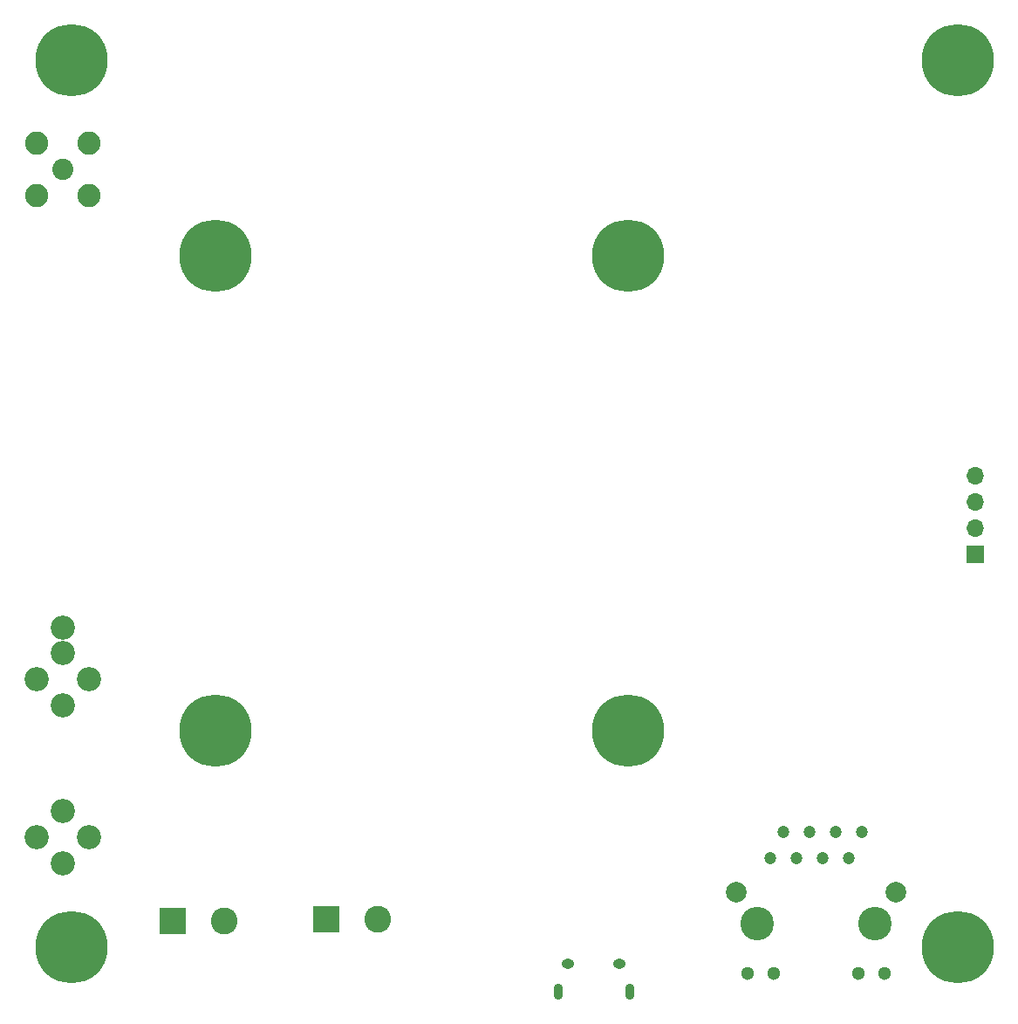
<source format=gbs>
G04 #@! TF.GenerationSoftware,KiCad,Pcbnew,6.0.2+dfsg-1*
G04 #@! TF.CreationDate,2023-04-26T18:19:56+03:00*
G04 #@! TF.ProjectId,TACNPR,5441434e-5052-42e6-9b69-6361645f7063,rev?*
G04 #@! TF.SameCoordinates,Original*
G04 #@! TF.FileFunction,Soldermask,Bot*
G04 #@! TF.FilePolarity,Negative*
%FSLAX46Y46*%
G04 Gerber Fmt 4.6, Leading zero omitted, Abs format (unit mm)*
G04 Created by KiCad (PCBNEW 6.0.2+dfsg-1) date 2023-04-26 18:19:56*
%MOMM*%
%LPD*%
G01*
G04 APERTURE LIST*
%ADD10C,7.000000*%
%ADD11C,3.900000*%
%ADD12C,2.050000*%
%ADD13C,2.250000*%
%ADD14R,1.700000X1.700000*%
%ADD15O,1.700000X1.700000*%
%ADD16R,2.600000X2.600000*%
%ADD17C,2.600000*%
%ADD18C,2.350000*%
%ADD19O,1.250000X0.950000*%
%ADD20O,0.890000X1.550000*%
%ADD21C,3.250000*%
%ADD22C,1.200000*%
%ADD23C,1.300000*%
%ADD24C,2.000000*%
G04 APERTURE END LIST*
D10*
X95864000Y-43540000D03*
D11*
X95864000Y-43540000D03*
X95864000Y-129540000D03*
D10*
X95864000Y-129540000D03*
X109864000Y-108540000D03*
D11*
X109864000Y-108540000D03*
X149864000Y-62540000D03*
D10*
X149864000Y-62540000D03*
X181864000Y-129540000D03*
D11*
X181864000Y-129540000D03*
D10*
X109864000Y-62540000D03*
D11*
X109864000Y-62540000D03*
X149864000Y-108540000D03*
D10*
X149864000Y-108540000D03*
D12*
X94996000Y-54102000D03*
D13*
X92456000Y-56642000D03*
X92456000Y-51562000D03*
X97536000Y-51562000D03*
X97536000Y-56642000D03*
D14*
X183591200Y-91490800D03*
D15*
X183591200Y-88950800D03*
X183591200Y-86410800D03*
X183591200Y-83870800D03*
D16*
X105664000Y-127050800D03*
D17*
X110664000Y-127050800D03*
D16*
X120599200Y-126898400D03*
D17*
X125599200Y-126898400D03*
D10*
X181864000Y-43540000D03*
D11*
X181864000Y-43540000D03*
D18*
X92456000Y-118872000D03*
X94996000Y-116332000D03*
X97536000Y-118872000D03*
X94996000Y-121412000D03*
X94996000Y-101012000D03*
X92456000Y-103552000D03*
X97536000Y-103552000D03*
X94996000Y-98552000D03*
X94996000Y-106092000D03*
D19*
X149083400Y-131188000D03*
D20*
X150083400Y-133888000D03*
X143083400Y-133888000D03*
D19*
X144083400Y-131188000D03*
D21*
X162433000Y-127254000D03*
X173863000Y-127254000D03*
D22*
X163703000Y-120904000D03*
X164973000Y-118364000D03*
X166243000Y-120904000D03*
X167513000Y-118364000D03*
X168783000Y-120904000D03*
X170053000Y-118364000D03*
X171323000Y-120904000D03*
X172593000Y-118364000D03*
D23*
X161523000Y-132154000D03*
X164063000Y-132154000D03*
X172233000Y-132154000D03*
X174773000Y-132154000D03*
D24*
X160403000Y-124204000D03*
X175893000Y-124204000D03*
M02*

</source>
